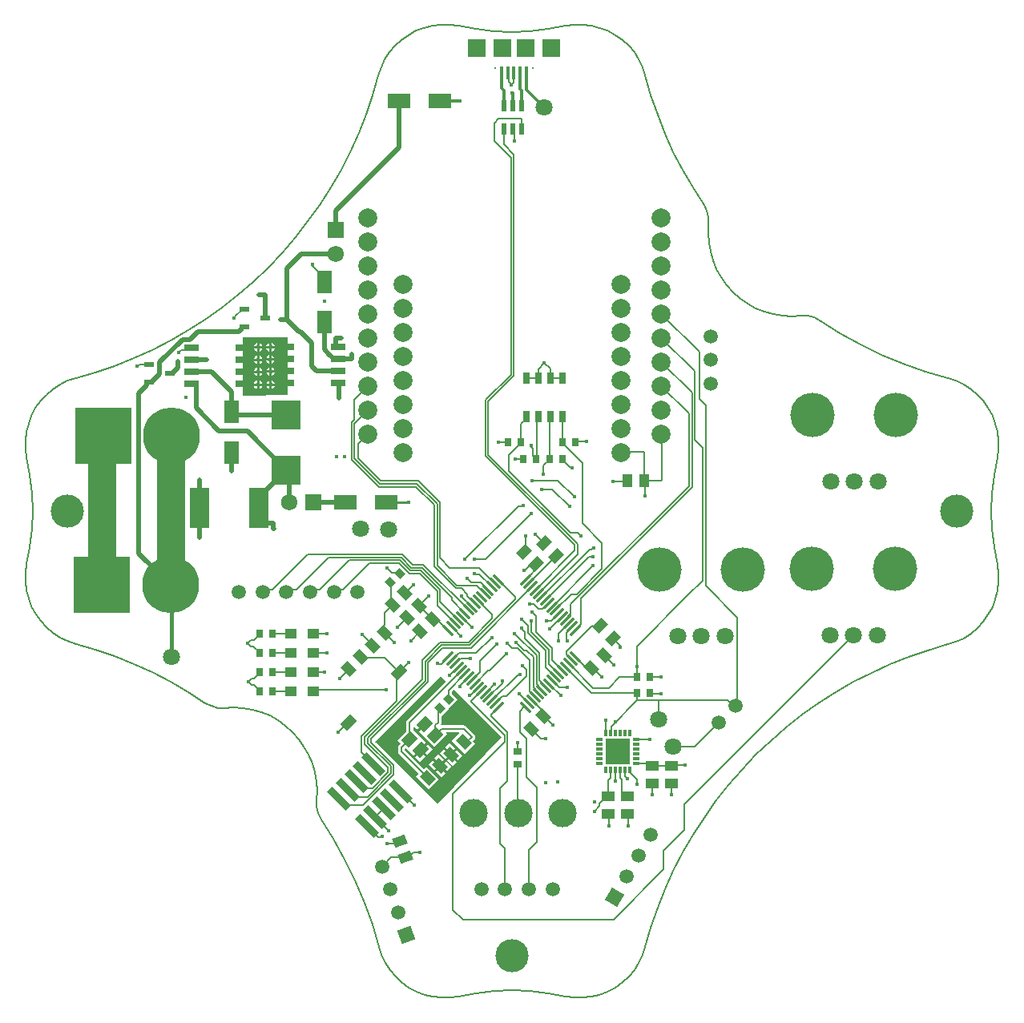
<source format=gtl>
%FSTAX23Y23*%
%MOIN*%
%SFA1B1*%

%IPPOS*%
%AMD18*
4,1,4,-0.028600,0.049100,-0.049100,0.028600,0.028600,-0.049100,0.049100,-0.028600,-0.028600,0.049100,0.0*
%
%AMD19*
4,1,4,-0.006300,-0.034000,0.034000,0.006300,0.006300,0.034000,-0.034000,-0.006300,-0.006300,-0.034000,0.0*
%
%AMD20*
4,1,4,-0.033300,0.005600,0.005600,-0.033300,0.033300,-0.005600,-0.005600,0.033300,-0.033300,0.005600,0.0*
%
%AMD21*
4,1,4,0.005600,0.033300,-0.033300,-0.005600,-0.005600,-0.033300,0.033300,0.005600,0.005600,0.033300,0.0*
%
%AMD22*
4,1,4,-0.024300,0.016000,0.016000,-0.024300,0.024300,-0.016000,-0.016000,0.024300,-0.024300,0.016000,0.0*
%
%AMD23*
4,1,4,0.016000,0.024300,-0.024300,-0.016000,-0.016000,-0.024300,0.024300,0.016000,0.016000,0.024300,0.0*
%
%AMD25*
4,1,4,0.024300,-0.002100,-0.002100,0.024300,-0.024300,0.002100,0.002100,-0.024300,0.024300,-0.002100,0.0*
%
%AMD26*
4,1,4,0.003500,0.035400,-0.035400,-0.003500,-0.003500,-0.035400,0.035400,0.003500,0.003500,0.035400,0.0*
%
%AMD34*
4,1,4,0.019100,0.027800,-0.032500,0.009000,-0.019100,-0.027800,0.032500,-0.009000,0.019100,0.027800,0.0*
%
%AMD96*
4,1,4,-0.040300,-0.010800,0.010800,-0.040300,0.040300,0.010800,-0.010800,0.040300,-0.040300,-0.010800,0.0*
%
%AMD97*
4,1,4,-0.017600,-0.037800,0.037800,-0.017600,0.017600,0.037800,-0.037800,0.017600,-0.017600,-0.037800,0.0*
%
%ADD10C,0.007870*%
%ADD11C,0.010000*%
%ADD16C,0.008000*%
%ADD17R,0.078740X0.169290*%
G04~CAMADD=18~9~0.0~0.0~291.3~1098.4~0.0~0.0~0~0.0~0.0~0.0~0.0~0~0.0~0.0~0.0~0.0~0~0.0~0.0~0.0~45.0~982.0~981.0*
%ADD18D18*%
G04~CAMADD=19~9~0.0~0.0~570.9~393.7~0.0~0.0~0~0.0~0.0~0.0~0.0~0~0.0~0.0~0.0~0.0~0~0.0~0.0~0.0~225.0~680.0~679.0*
%ADD19D19*%
G04~CAMADD=20~9~0.0~0.0~551.2~393.7~0.0~0.0~0~0.0~0.0~0.0~0.0~0~0.0~0.0~0.0~0.0~0~0.0~0.0~0.0~135.0~666.0~665.0*
%ADD20D20*%
G04~CAMADD=21~9~0.0~0.0~551.2~393.7~0.0~0.0~0~0.0~0.0~0.0~0.0~0~0.0~0.0~0.0~0.0~0~0.0~0.0~0.0~45.0~666.0~665.0*
%ADD21D21*%
G04~CAMADD=22~9~0.0~0.0~570.9~118.1~0.0~0.0~0~0.0~0.0~0.0~0.0~0~0.0~0.0~0.0~0.0~0~0.0~0.0~0.0~135.0~486.0~485.0*
%ADD22D22*%
G04~CAMADD=23~9~0.0~0.0~570.9~118.1~0.0~0.0~0~0.0~0.0~0.0~0.0~0~0.0~0.0~0.0~0.0~0~0.0~0.0~0.0~45.0~486.0~485.0*
%ADD23D23*%
%ADD24R,0.037400X0.031500*%
G04~CAMADD=25~9~0.0~0.0~374.0~315.0~0.0~0.0~0~0.0~0.0~0.0~0.0~0~0.0~0.0~0.0~0.0~0~0.0~0.0~0.0~315.0~486.0~485.0*
%ADD25D25*%
G04~CAMADD=26~9~0.0~0.0~551.2~452.8~0.0~0.0~0~0.0~0.0~0.0~0.0~0~0.0~0.0~0.0~0.0~0~0.0~0.0~0.0~45.0~708.0~707.0*
%ADD26D26*%
%ADD27R,0.049210X0.043310*%
%ADD28R,0.031500X0.037400*%
%ADD29R,0.039370X0.055120*%
%ADD30R,0.055120X0.039370*%
%ADD31R,0.031500X0.011810*%
%ADD32R,0.011810X0.031500*%
%ADD33R,0.104330X0.108270*%
G04~CAMADD=34~9~0.0~0.0~551.2~393.7~0.0~0.0~0~0.0~0.0~0.0~0.0~0~0.0~0.0~0.0~0.0~0~0.0~0.0~0.0~20.0~650.0~555.0*
%ADD34D34*%
%ADD35R,0.029920X0.050000*%
%ADD36R,0.092520X0.061020*%
%ADD37R,0.061020X0.092520*%
%ADD38R,0.060040X0.025590*%
%ADD39R,0.122050X0.122050*%
%ADD40R,0.041340X0.023620*%
%ADD41R,0.015750X0.053150*%
%ADD42R,0.074800X0.074800*%
%ADD43R,0.023620X0.047240*%
%ADD86C,0.019680*%
%ADD87C,0.011810*%
%ADD88C,0.118110*%
%ADD89C,0.015750*%
%ADD90C,0.059060*%
%ADD91C,0.184250*%
%ADD92C,0.070870*%
%ADD93C,0.137800*%
%ADD94C,0.078740*%
%ADD95C,0.118110*%
G04~CAMADD=96~10~0.0~590.6~0.0~0.0~0.0~0.0~0~0.0~0.0~0.0~0.0~0~0.0~0.0~0.0~0.0~0~0.0~0.0~0.0~150.0~590.6~0.0*
%ADD96D96*%
G04~CAMADD=97~10~0.0~590.6~0.0~0.0~0.0~0.0~0~0.0~0.0~0.0~0.0~0~0.0~0.0~0.0~0.0~0~0.0~0.0~0.0~200.0~590.6~0.0*
%ADD97D97*%
%ADD98R,0.236220X0.236220*%
%ADD99C,0.236220*%
%ADD100R,0.067910X0.067910*%
%ADD101C,0.067910*%
%ADD102R,0.067910X0.067910*%
%ADD103C,0.010830*%
%ADD104C,0.015750*%
%LNflightcontroller-1*%
%LPD*%
G36*
X01575Y-00708D02*
X01415Y-00868D01*
X01412Y-00873*
X0141Y-00878*
Y-00916*
X01375Y-00952*
X01388Y-00965*
X0138Y-00973*
X01377Y-00978*
X01376Y-00983*
Y-01*
X01377Y-01005*
X0138Y-0101*
X01463Y-01093*
X01452Y-01104*
X01505Y-01157*
X01547Y-01115*
X01494Y-01062*
X01483Y-01073*
X01404Y-00994*
Y-00989*
X01408Y-00985*
X0142Y-00996*
X01439Y-01016*
X01466Y-00989*
X01492Y-00963*
X01473Y-00943*
X01439Y-00909*
Y-009*
X01443Y-00898*
X01456Y-0091*
X01482Y-00884*
X01489Y-00891*
X01463Y-00917*
X01481Y-00935*
X01527Y-00981*
X0158Y-00928*
X01576Y-00924*
X01578Y-00919*
X0163*
X01632Y-00924*
X01602Y-00955*
X01655Y-01008*
X01697Y-00966*
X01687Y-00956*
X01693Y-00949*
X01696Y-00945*
X01698Y-00939*
X01696Y-00934*
X01693Y-00929*
X01659Y-00895*
X01655Y-00892*
X01649Y-00891*
X01558*
X01556Y-00889*
X01555Y-00886*
X01556Y-00884*
X01557Y-00879*
Y-00853*
X01587Y-00823*
X01588Y-00821*
X01625Y-00785*
X016Y-00761*
Y-00751*
X01609Y-00742*
X01806Y-0094*
Y-0094*
X01545Y-01217*
X0154Y-01217*
X01281Y-00958*
X01553Y-00686*
X01575Y-00708*
G37*
G36*
X00916Y00483D02*
X00735Y00482D01*
X00731Y00485*
Y00723*
X00916*
Y00483*
G37*
%LNflightcontroller-2*%
%LPC*%
G36*
X01592Y-00964D02*
X01575Y-00982D01*
X01598Y-01005*
X01615Y-00987*
X01592Y-00964*
G37*
G36*
X01499Y-0097D02*
X01476Y-00993D01*
X01496Y-01012*
X01519Y-00989*
X01499Y-0097*
G37*
G36*
X01568Y-00989D02*
X0155Y-01006D01*
X01573Y-01029*
X01591Y-01012*
X01568Y-00989*
G37*
G36*
X01622Y-00994D02*
X01605Y-01012D01*
X01628Y-01035*
X01645Y-01017*
X01622Y-00994*
G37*
G36*
X01469Y-01D02*
X01446Y-01023D01*
X01466Y-01043*
X01489Y-0102*
X01469Y-01*
G37*
G36*
X01545Y-01011D02*
X01528Y-01028D01*
X01551Y-01051*
X01568Y-01034*
X01545Y-01011*
G37*
G36*
X01598Y-01019D02*
X0158Y-01036D01*
X01603Y-01059*
X01621Y-01042*
X01598Y-01019*
G37*
G36*
X01521Y-01035D02*
X01503Y-01053D01*
X01526Y-01076*
X01544Y-01058*
X01521Y-01035*
G37*
G36*
X01576Y-01041D02*
X01558Y-01058D01*
X01581Y-01081*
X01599Y-01064*
X01576Y-01041*
G37*
G36*
X01551Y-01065D02*
X01534Y-01083D01*
X01557Y-01106*
X01574Y-01088*
X01551Y-01065*
G37*
G36*
X00851Y007D02*
Y00688D01*
X00863*
X00861Y00693*
X00856Y00698*
X00851Y007*
G37*
G36*
X00841D02*
X00836Y00698D01*
X0083Y00693*
X00828Y00688*
X00841*
Y007*
G37*
G36*
X00799D02*
Y00688D01*
X00811*
X00809Y00693*
X00804Y00698*
X00799Y007*
G37*
G36*
X00789D02*
X00784Y00698D01*
X00779Y00693*
X00777Y00688*
X00789*
Y007*
G37*
G36*
X00863Y00678D02*
X00851D01*
Y00665*
X00856Y00667*
X00861Y00672*
X00863Y00678*
G37*
G36*
X00841D02*
X00828D01*
X0083Y00672*
X00836Y00667*
X00841Y00665*
Y00678*
G37*
G36*
X00811D02*
X00799D01*
Y00665*
X00804Y00667*
X00809Y00672*
X00811Y00678*
G37*
G36*
X00789D02*
X00777D01*
X00779Y00672*
X00784Y00667*
X00789Y00665*
Y00678*
G37*
G36*
X0085Y00649D02*
Y00637D01*
X00862*
X0086Y00642*
X00855Y00647*
X0085Y00649*
G37*
G36*
X0084D02*
X00834Y00647D01*
X00829Y00642*
X00827Y00637*
X0084*
Y00649*
G37*
G36*
X00799Y00648D02*
Y00635D01*
X00811*
X00809Y00641*
X00804Y00646*
X00799Y00648*
G37*
G36*
X00789D02*
X00784Y00646D01*
X00779Y00641*
X00777Y00635*
X00789*
Y00648*
G37*
G36*
X00862Y00627D02*
X0085D01*
Y00614*
X00855Y00616*
X0086Y00621*
X00862Y00627*
G37*
G36*
X0084D02*
X00827D01*
X00829Y00621*
X00834Y00616*
X0084Y00614*
Y00627*
G37*
G36*
X00811Y00625D02*
X00799D01*
Y00613*
X00804Y00615*
X00809Y0062*
X00811Y00625*
G37*
G36*
X00789D02*
X00777D01*
X00779Y0062*
X00784Y00615*
X00789Y00613*
Y00625*
G37*
G36*
X00852Y00598D02*
Y00586D01*
X00864*
X00862Y00591*
X00857Y00596*
X00852Y00598*
G37*
G36*
X00842D02*
X00837Y00596D01*
X00832Y00591*
X00829Y00586*
X00842*
Y00598*
G37*
G36*
X008Y00598D02*
Y00585D01*
X00812*
X0081Y00591*
X00805Y00596*
X008Y00598*
G37*
G36*
X0079D02*
X00785Y00596D01*
X0078Y00591*
X00778Y00585*
X0079*
Y00598*
G37*
G36*
X00864Y00576D02*
X00852D01*
Y00564*
X00857Y00566*
X00862Y00571*
X00864Y00576*
G37*
G36*
X00842D02*
X00829D01*
X00832Y00571*
X00837Y00566*
X00842Y00564*
Y00576*
G37*
G36*
X00812Y00575D02*
X008D01*
Y00563*
X00805Y00565*
X0081Y0057*
X00812Y00575*
G37*
G36*
X0079D02*
X00778D01*
X0078Y0057*
X00785Y00565*
X0079Y00563*
Y00575*
G37*
G36*
X00799Y00545D02*
Y00532D01*
X00811*
X00809Y00538*
X00804Y00543*
X00799Y00545*
G37*
G36*
X00789D02*
X00784Y00543D01*
X00778Y00538*
X00776Y00532*
X00789*
Y00545*
G37*
G36*
X00852Y00544D02*
Y00531D01*
X00864*
X00862Y00536*
X00857Y00541*
X00852Y00544*
G37*
G36*
X00842D02*
X00837Y00541D01*
X00832Y00536*
X00829Y00531*
X00842*
Y00544*
G37*
G36*
X00811Y00522D02*
X00799D01*
Y0051*
X00804Y00512*
X00809Y00517*
X00811Y00522*
G37*
G36*
X00789D02*
X00776D01*
X00778Y00517*
X00784Y00512*
X00789Y0051*
Y00522*
G37*
G36*
X00864Y00521D02*
X00852D01*
Y00509*
X00857Y00511*
X00862Y00516*
X00864Y00521*
G37*
G36*
X00842D02*
X00829D01*
X00832Y00516*
X00837Y00511*
X00842Y00509*
Y00521*
G37*
%LNflightcontroller-3*%
%LPD*%
G54D10*
X01183Y00325D02*
Y00318D01*
X01195Y00425D02*
Y00418D01*
Y00325D02*
Y00318D01*
X01893Y-00642D02*
X01912Y-00661D01*
Y-00686D02*
Y-00661D01*
X01873Y-00682D02*
X01883D01*
X01884Y-0068*
X01766Y-00787D02*
X01767D01*
X01873Y-00682*
X01827Y-0077D02*
X01912Y-00686D01*
X01811Y-0077D02*
X01827D01*
X0178Y-00801D02*
X01811Y-0077D01*
X02078Y-00535D02*
Y-00506D01*
Y-00535D02*
X02082Y-00539D01*
X02184Y-00477D02*
X02189Y-00483D01*
X02078Y-00583D02*
X02184Y-00477D01*
X02078Y-00595D02*
Y-00583D01*
X01993Y-00456D02*
X02014D01*
X02045Y-00425*
Y-00541D02*
Y-00509D01*
X02087Y-00467*
X00753Y-00708D02*
X00754D01*
X00767Y-00695*
X00776*
X008Y-00672*
X00753Y-00708D02*
X00753D01*
X00767Y-00722*
X00777*
X008Y-00745*
Y-00672D02*
Y-00669D01*
Y-00748D02*
Y-00745D01*
X0075Y-00549D02*
X00752D01*
X00763Y-00537*
X00777*
X008Y-00514*
X0075Y-00549D02*
X00764Y-00563D01*
X00775D02*
X008Y-00587D01*
X00764Y-00563D02*
X00775D01*
X008Y-00514D02*
Y-00511D01*
Y-0059D02*
Y-00587D01*
X00464Y00661D02*
X00474Y0067D01*
X00464Y00659D02*
Y00661D01*
X00474Y0067D02*
X00509D01*
X01847Y01775D02*
X01857Y01784D01*
Y01821*
X01847Y01774D02*
Y01775D01*
X01837Y01786D02*
X01847Y01776D01*
X01857Y01821D02*
X01858Y01823D01*
X01847Y01774D02*
Y01776D01*
X01833Y01823D02*
X01837Y01819D01*
Y01786D02*
Y01819D01*
X01293Y-01355D02*
X0131D01*
X0131Y-01354*
X01246Y-01308D02*
X01246D01*
X01293Y-01355*
X0133Y-01384D02*
X01332Y-01383D01*
X01373D02*
X01383Y-01373D01*
X01332Y-01383D02*
X01373D01*
X01906Y-00244D02*
X01935Y-00215D01*
X01901Y-00244D02*
X01906D01*
X01899Y-00246D02*
X01901Y-00244D01*
X01935Y-00215D02*
X01952D01*
Y-0024D02*
Y-00215D01*
X01854Y01589D02*
X01859Y01583D01*
Y01541D02*
Y01583D01*
X01023Y-00669D02*
X01024Y-00669D01*
X01072*
X0197Y-00947D02*
X01989D01*
X0199Y-00947*
X01929Y-00905D02*
D01*
X0197Y-00947*
X01195Y00465D02*
X01251Y00522D01*
X01296Y00102D02*
X0145D01*
X01183Y00214D02*
Y00318D01*
Y00214D02*
X01296Y00102D01*
X01195Y00425D02*
Y00465D01*
X01183Y00325D02*
Y0037D01*
X01195Y00382D02*
Y00418D01*
X01183Y0037D02*
X01195Y00382D01*
Y00219D02*
Y00318D01*
X01198Y00217D02*
X01301Y00114D01*
X01195Y00219D02*
X01198Y00217D01*
X01195Y00325D02*
Y00365D01*
X01251Y00422*
X0121Y0028D02*
X01251Y00322D01*
X0121Y00221D02*
Y0028D01*
X02656Y-00311D02*
Y00441D01*
X0263Y00467D02*
X02656Y00441D01*
X0263Y00467D02*
Y00664D01*
X02472Y00822D02*
X0263Y00664D01*
X02472Y00822D02*
D01*
X02611Y00297D02*
X02644Y00264D01*
X02472Y00722D02*
D01*
X02611Y00583*
Y00297D02*
Y00583D01*
X02472Y00622D02*
X02599Y00495D01*
Y00099D02*
Y00495D01*
X02472Y00522D02*
X02587Y00406D01*
Y00104D02*
Y00406D01*
X02095Y-00387D02*
X02587Y00104D01*
X02137Y-00362D02*
X02599Y00099D01*
X01905Y-0053D02*
Y-00504D01*
Y-0053D02*
X01965Y-0059D01*
X01889Y-00488D02*
Y-00487D01*
Y-00488D02*
X01905Y-00504D01*
X01989Y-00732D02*
Y-00729D01*
X01965Y-00704D02*
Y-0059D01*
Y-00704D02*
X01989Y-00729D01*
X01865Y-00514D02*
X01953Y-00601D01*
X0186Y-00509D02*
Y-00509D01*
X01865Y-00514D02*
X01865D01*
X01975Y-00746D02*
Y-00743D01*
X01953Y-0072D02*
Y-00601D01*
Y-0072D02*
X01975Y-00743D01*
X0186Y-00509D02*
X01865Y-00514D01*
X01902Y-0058D02*
X01912D01*
X01939Y-00607*
X01867Y-00546D02*
X01902Y-0058D01*
X01961Y-00759D02*
Y-00757D01*
X01939Y-00734D02*
Y-00607D01*
Y-00734D02*
X01961Y-00757D01*
X01866Y-00546D02*
X01867D01*
X01875Y-00571D02*
X01925Y-0062D01*
X01831Y-00551D02*
X01851Y-00571D01*
X01875*
X01947Y-00773D02*
Y-00771D01*
X01925Y-00748D02*
Y-0062D01*
Y-00748D02*
X01947Y-00771D01*
X0206Y00215D02*
Y00218D01*
Y00215D02*
X02092Y00183D01*
X02098*
X021Y00181*
X01895Y00021D02*
X01896Y00023D01*
X01878Y00021D02*
X01895D01*
X01655Y-00201D02*
X01878Y00021D01*
X01917Y-00505D02*
Y-00476D01*
Y-00505D02*
X01992Y-00581D01*
X01892Y-0045D02*
X01917Y-00476D01*
X01992Y-00651D02*
X02031Y-0069D01*
X01992Y-00651D02*
Y-00581D01*
X01932Y-00504D02*
Y-00457D01*
Y-00504D02*
X02004Y-00576D01*
X0193Y-00456D02*
X01932Y-00457D01*
X02004Y-00635D02*
X02045Y-00676D01*
X02004Y-00635D02*
Y-00576D01*
X01952Y-00504D02*
Y-00437D01*
Y-00504D02*
X02016Y-00568D01*
X01935Y-00421D02*
X01952Y-00437D01*
X02016Y-00619D02*
X02059Y-00662D01*
X02016Y-00619D02*
Y-00568D01*
X02Y-00384D02*
X02003D01*
X01923Y-00387D02*
X01941D01*
X0196Y-00406*
X01978D02*
X02Y-00384D01*
X0196Y-00406D02*
X01978D01*
X01702Y-0059D02*
X01766Y-00526D01*
Y-00526*
X01599Y-0062D02*
X01629Y-0059D01*
X01702*
X01599Y-0062D02*
D01*
X01717Y-00624D02*
X01787Y-00554D01*
X01717Y-00669D02*
Y-00624D01*
X01683Y-00704D02*
X01717Y-00669D01*
X01756Y-00664D02*
X01827Y-00593D01*
X01697Y-00718D02*
X01751Y-00664D01*
X01756*
X02143Y-00051D02*
X02225Y-00132D01*
X02143Y-00051D02*
Y00202D01*
X02225Y-00241D02*
Y-00132D01*
X0206Y00284D02*
X02143Y00202D01*
X02042Y00127D02*
X02109Y0006D01*
X0206Y00284D02*
Y00287D01*
X01906Y-00103D02*
X01907Y-00103D01*
X01901Y-00168D02*
X01906Y-00163D01*
Y-00103*
X01695Y-002D02*
X01742D01*
X01931Y-00011*
X01983Y-00134D02*
X01983D01*
X01946Y-00097D02*
X01983Y-00134D01*
X02582Y-00351D02*
D01*
X0237Y-00645D02*
Y-00562D01*
X02582Y-00351*
X02644Y-00289D01*
X02263Y-00895D02*
X02372Y-00787D01*
X0237Y-0069D02*
Y-00645D01*
Y-0069D02*
X02372Y-00691D01*
X02253Y-00736D02*
X02298Y-00691D01*
X02372*
X02087Y-00634D02*
X02188Y-00736D01*
X02253*
X02242Y-00872D02*
X02242Y-00871D01*
X02242Y-00923D02*
X02242Y-00922D01*
Y-00872*
X02656Y-00311D02*
X02788Y-00444D01*
X02462Y-00787D02*
X02746D01*
X02372D02*
X02462D01*
X02372D02*
Y-00756D01*
X02788Y-00803D02*
Y-00444D01*
X02781Y-0081D02*
X02788Y-00803D01*
X02769Y-0081D02*
X02781D01*
X02746Y-00787D02*
X02769Y-0081D01*
X02461Y-00787D02*
X02462Y-00787D01*
X02461Y-00867D02*
Y-00787D01*
X02181Y-00756D02*
X02372D01*
X02073Y-00648D02*
X02181Y-00756D01*
X02263Y-00921D02*
Y-00895D01*
X02261Y-00923D02*
X02263Y-00921D01*
X02644Y-00289D02*
Y00264D01*
X02094Y-00089D02*
X02123D01*
X02138Y-00104*
X023Y-00564D02*
X02301Y-00566D01*
X023Y-00564D02*
Y-0056D01*
X02047Y-00734D02*
X02079D01*
X02017Y-00704D02*
X02047Y-00734D01*
X02018Y00092D02*
X02091Y00019D01*
X01973Y00092D02*
X02018D01*
X01715Y-00262D02*
X01766Y-00314D01*
X01697Y-00262D02*
X01715D01*
X01695Y-00261D02*
X01697Y-00262D01*
X01935Y00127D02*
X02042D01*
X0172Y-00296D02*
X01752Y-00328D01*
X01681Y-00296D02*
X0172D01*
X01665Y-00279D02*
X01681Y-00296D01*
X01838Y00167D02*
Y00233D01*
Y00167D02*
X02094Y-00089D01*
X01901Y-00168D02*
Y-00166D01*
X01648Y-00612D02*
X01678D01*
X02095Y-00428D02*
Y-00387D01*
X02137Y-0047D02*
Y-00362D01*
X02121Y-00345D02*
X02225Y-00241D01*
X02097Y-00345D02*
X02121D01*
X02092Y-00431D02*
X02095Y-00428D01*
X02092Y-00431D02*
D01*
X02073Y-0045D02*
X02092Y-00431D01*
X02073Y-00453D02*
Y-0045D01*
X02017Y-00398D02*
X02017D01*
X02188Y-00227D02*
X02188D01*
X02031Y-00411D02*
X02097Y-00345D01*
X02017Y-00398D02*
X02188Y-00227D01*
X02078Y-00506D02*
X021Y-00484D01*
Y-00481*
X01981Y00155D02*
X01982Y00154D01*
X01981Y00155D02*
Y0019D01*
X01929Y00274D02*
X01931Y00273D01*
Y00267D02*
X01937Y00261D01*
X01931Y00267D02*
Y00273D01*
X01937Y0023D02*
Y00261D01*
Y0023D02*
X01949Y00218D01*
X01981Y0019D02*
X02007Y00215D01*
Y00218*
Y00391*
X02009Y00394*
X01954Y00388D02*
X01959Y00394D01*
X01954Y00223D02*
Y00388D01*
X01949Y00218D02*
X01954Y00223D01*
X02057Y-00439D02*
X02059D01*
X02008Y-00489D02*
X02057Y-00439D01*
X02007Y-00489D02*
X02008D01*
X01857Y00563D02*
Y01485D01*
X01816Y01526D02*
Y01589D01*
Y01526D02*
X01857Y01485D01*
X01891Y01589D02*
Y01629D01*
X01886Y01633D02*
X01891Y01629D01*
X01776Y01615D02*
X01795Y01633D01*
X01886*
X01776Y01539D02*
Y01615D01*
Y01539D02*
X01846Y0147D01*
X01961Y-00342D02*
X02123Y-0018D01*
Y-00136*
X01752Y00234D02*
X02123Y-00136D01*
X01947Y-00328D02*
X02112Y-00164D01*
Y-00141*
X01741Y00229D02*
X02112Y-00141D01*
X01741Y00229D02*
Y00463D01*
X01752Y00234D02*
Y00458D01*
X01857Y00563*
X01741Y00463D02*
X01846Y00568D01*
Y0147*
X01975Y-00356D02*
X02173Y-00158D01*
X0199Y-0037D02*
X0217Y-00189D01*
X02173Y-00158D02*
X02182D01*
X02187Y-00152*
X0219*
X02114Y-00492D02*
X02137Y-0047D01*
X02114Y-00495D02*
Y-00492D01*
X0206Y00287D02*
Y00393D01*
X02059Y00394D02*
X0206Y00393D01*
X01909Y00384D02*
Y00394D01*
X01888Y00363D02*
X01909Y00384D01*
X01888Y00287D02*
Y00363D01*
Y00284D02*
Y00287D01*
X01838Y00233D02*
X01888Y00284D01*
X0234Y-01086D02*
Y-01076D01*
Y-01086D02*
X02369Y-01115D01*
Y-01136D02*
Y-01115D01*
X02515Y-01133D02*
X02515Y-01132D01*
X02515Y-01179D02*
Y-01133D01*
X02187Y-00189D02*
X02188Y-00188D01*
X0217Y-00189D02*
X02187D01*
X01616Y-0032D02*
X01639D01*
X01665Y-00346*
X01527Y-00231D02*
Y00026D01*
X01665Y-00352D02*
X01697Y-00384D01*
X01665Y-00352D02*
Y-00346D01*
X0145Y00102D02*
X01527Y00026D01*
Y-00231D02*
X01616Y-0032D01*
X01539Y-00226D02*
X01621Y-00308D01*
X01705*
X01539Y-00226D02*
Y00031D01*
X01705Y-00308D02*
X01739Y-00342D01*
X01455Y00114D02*
X01539Y00031D01*
X01301Y00114D02*
X01455D01*
X0155Y-00194D02*
X01592Y-00236D01*
X01714*
X0155Y-00194D02*
Y00036D01*
X01778Y-003D02*
X0178D01*
X01714Y-00236D02*
X01778Y-003D01*
X01459Y00127D02*
X0155Y00036D01*
X01304Y00127D02*
X01459D01*
X0121Y00221D02*
X01304Y00127D01*
X01321Y-00507D02*
X01359Y-00545D01*
X01321Y-00507D02*
Y-00506D01*
X01776Y-00721D02*
Y-00719D01*
X01739Y-00759D02*
Y-00758D01*
X01776Y-00721*
X01752Y-00773D02*
X01811Y-00715D01*
Y-00708*
X01812Y-00706*
X01989Y-0037D02*
X0199D01*
X01676Y-00765D02*
X01709Y-00732D01*
X01711*
X01674Y-00765D02*
X01676D01*
X01682Y-00788D02*
X01725Y-00746D01*
X01682Y-00794D02*
X0182Y-00932D01*
X01682Y-00794D02*
Y-00788D01*
X01764Y-00852D02*
X01832Y-00919D01*
Y-01123D02*
Y-00919D01*
X0182Y-0096D02*
Y-00932D01*
X01605Y-01175D02*
X0182Y-0096D01*
X01801Y-01154D02*
X01832Y-01123D01*
X01764Y-00852D02*
Y-00845D01*
X01794Y-00815*
X01605Y-01658D02*
Y-01175D01*
Y-01658D02*
X01647Y-017D01*
X02274*
X02482Y-01491*
Y-01413*
X02215Y-01216D02*
X02244Y-01187D01*
X02215Y-01227D02*
Y-01216D01*
X02193Y-01249D02*
X02215Y-01227D01*
X02482Y-01413D02*
X02568Y-01327D01*
Y-01219*
X03271Y-00515*
X0252Y-00981D02*
X02611D01*
X02711Y-0088*
X02053Y-00767D02*
X02054D01*
X02003Y-00718D02*
X02004D01*
X02053Y-00767*
X01648Y-00612D02*
X01648Y-00612D01*
X01638Y-00612D02*
X01648D01*
X01616Y-00634D02*
X01638Y-00612D01*
X01501Y-0063D02*
X01562Y-00568D01*
X01552Y-00545D02*
X01669D01*
X01674Y-00557D02*
X01864Y-00367D01*
X01557Y-00557D02*
X01674D01*
X01476Y-00621D02*
X01552Y-00545D01*
X01562Y-00568D02*
X01679D01*
X01933Y-00314*
X01669Y-00545D02*
X01768Y-00446D01*
X01613Y-00634D02*
X01616D01*
X01489Y-00625D02*
X01557Y-00557D01*
X01599Y-00481D02*
Y-00481D01*
Y-00481D02*
X01636Y-00518D01*
X01638*
X01264Y-00946D02*
X01501Y-0071D01*
Y-0063*
X01489Y-00705D02*
Y-00625D01*
X01252Y-00942D02*
X01489Y-00705D01*
X01476Y-00701D02*
Y-00621D01*
X01237Y-0094D02*
X01476Y-00701D01*
X01585Y-00606D02*
D01*
X01557Y-00635D02*
X01585Y-00606D01*
X01545Y-00635D02*
X01557D01*
X01542Y-00632D02*
X01545Y-00635D01*
X0154Y-00632D02*
X01542D01*
X01711Y-00373D02*
X01768Y-0043D01*
Y-00446D02*
Y-0043D01*
X01711Y-00373D02*
Y-0037D01*
X01794Y-00286D02*
X01864Y-00356D01*
Y-00367D02*
Y-00356D01*
X01425Y-00878D02*
X01641Y-00662D01*
X01626Y-00648D02*
X01627D01*
X01591Y-00683D02*
X01626Y-00648D01*
X01425Y-00948D02*
Y-00878D01*
X0159Y-00683D02*
X01591D01*
X0138Y-0067D02*
X0142Y-00631D01*
X01377Y-00673D02*
X0138Y-0067D01*
X01379D02*
X0138D01*
X0132Y-00611D02*
X01379Y-0067D01*
X01372Y-00677D02*
X01376Y-00673D01*
X01377*
X01634Y-00728D02*
Y-00726D01*
X01669Y-00692D02*
Y-0069D01*
X01634Y-00726D02*
X01669Y-00692D01*
X01167Y-00881D02*
X01169D01*
X01127Y-00921D02*
X01167Y-00881D01*
X01127Y-00921D02*
D01*
X01225Y-01004D02*
X01274Y-01053D01*
X01225Y-00936D02*
X01372Y-00788D01*
X01225Y-01004D02*
Y-00936D01*
X01237Y-00968D02*
Y-0094D01*
X01274Y-01053D02*
D01*
X01237Y-00968D02*
X01335Y-01065D01*
X01264Y-00962D02*
Y-00946D01*
X01252Y-00966D02*
X01346Y-01061D01*
X01252Y-00966D02*
Y-00942D01*
X01264Y-00962D02*
X01358Y-01056D01*
X01027Y-00744D02*
X01326D01*
X01372Y-00788D02*
Y-00677D01*
X01346Y-01091D02*
Y-01061D01*
X01335Y-01087D02*
Y-01065D01*
X01269Y-01152D02*
X01335Y-01087D01*
X0125Y-01188D02*
X01346Y-01091D01*
X01358Y-01096D02*
Y-01056D01*
X01232Y-01223D02*
X01358Y-01096D01*
X01132Y-01195D02*
X01161Y-01223D01*
X01232Y-01152D02*
X01269D01*
X01168Y-01159D02*
X01196Y-01188D01*
X01161Y-01223D02*
X01232D01*
X01196Y-01188D02*
X0125D01*
X01203Y-01124D02*
X01232Y-01152D01*
X00853Y-00511D02*
X00931D01*
X00853Y-0059D02*
X00931D01*
X00853Y-00669D02*
X00931D01*
X00853Y-00748D02*
X00931D01*
X0102Y01021D02*
X0107Y00971D01*
X01019Y01027D02*
X0102Y01025D01*
X0107Y00955D02*
Y00971D01*
X0102Y01021D02*
Y01025D01*
X00293Y00603D02*
X00301Y00611D01*
X0034*
X00291Y00603D02*
X00293D01*
X00509Y0067D02*
X00518Y00679D01*
X00696Y00809D02*
X00729Y00842D01*
X00694Y00803D02*
X00696Y00804D01*
X00729Y00842D02*
X00738D01*
X00696Y00804D02*
Y00809D01*
X01024Y-00511D02*
X01079D01*
X0133Y-00237D02*
X01349Y-00256D01*
X01381*
X01383Y-00258*
X02303Y00244D02*
X02306Y00248D01*
X02397*
X02402Y00126D02*
Y00243D01*
X02397Y00248D02*
X02402Y00243D01*
X02475Y00131D02*
Y00318D01*
X02402Y00126D02*
X02471D01*
X02472Y00322D02*
X02475Y00318D01*
X02471Y00126D02*
X02475Y00131D01*
X02405Y00064D02*
Y00123D01*
X02402Y00126D02*
X02405Y00123D01*
X01903Y00216D02*
X01905Y00218D01*
X01865Y00216D02*
X01903D01*
X02114Y00287D02*
X02117Y0029D01*
X02159*
X01793Y00287D02*
X01835D01*
X01835Y00287*
X02244Y-01187D02*
X02252D01*
X02515Y-01059D02*
X02517Y-01057D01*
X02571*
X02252Y-0112D02*
X02261Y-01111D01*
X02252Y-01187D02*
Y-0112D01*
X02261Y-01111D02*
Y-01076D01*
X02368Y-01049D02*
X02424D01*
X02434Y-01059*
X02434Y-01059D02*
X02515D01*
X02434Y-01059D02*
X02434Y-01059D01*
X02224Y-00691D02*
D01*
X02186Y-00653D02*
X02224Y-00691D01*
X02161Y-00653D02*
X02186D01*
X02427Y-00758D02*
X02469D01*
X02425Y-00756D02*
X02427Y-00758D01*
X02427Y-00689D02*
X0247D01*
X02425Y-00691D02*
X02427Y-00689D01*
X01464Y-00393D02*
X01503Y-00354D01*
X0152Y-00448D02*
X01538D01*
X01585Y-00495*
X01464Y-00393D02*
X0152Y-00448D01*
X01983Y-00854D02*
X02019Y-00889D01*
X0198Y-00854D02*
X01983D01*
X02019Y-00889D02*
D01*
X0198Y-00854D02*
Y-00834D01*
X01933Y-00787D02*
X0198Y-00834D01*
X02114Y-00606D02*
X02161Y-00653D01*
X01923Y-00269D02*
X01952Y-0024D01*
X01923Y-00269D02*
Y-00269D01*
X01883Y-00919D02*
Y-00833D01*
X01911Y-01107D02*
Y-00947D01*
X01883Y-00919D02*
X01911Y-00947D01*
X01902Y-00814D02*
X01905D01*
X01906Y-00815*
X01883Y-00833D02*
X01902Y-00814D01*
X01911Y-01107D02*
X01953Y-01149D01*
X01874Y-01D02*
Y-00964D01*
X01874Y-01251D02*
Y-01053D01*
X01874Y-01053*
X01921Y-01574D02*
Y-01409D01*
X01953Y-01376*
Y-01149*
X01822Y-01574D02*
Y-01403D01*
X01801Y-01382D02*
X01822Y-01403D01*
X01801Y-01382D02*
Y-01154D01*
X01441Y-01419D02*
X01467D01*
X0142Y-01441D02*
X01441Y-01419D01*
X01348Y-01441D02*
X0142D01*
X01309Y-0148D02*
X01348Y-01441D01*
X01023Y-0059D02*
X01024Y-00589D01*
X01079*
X00822Y-00326D02*
X00855D01*
X00813Y-00335D02*
X00822Y-00326D01*
X00855D02*
X01001Y-0018D01*
X01394*
X01389Y-00192D02*
X01432Y-00235D01*
X00953Y-00326D02*
X01087Y-00192D01*
X01389*
X01394Y-0018D02*
X01437Y-00224D01*
X01384Y-00204D02*
X01427Y-00247D01*
X01051Y-00326D02*
X01174Y-00204D01*
X01384*
X01148Y-00325D02*
X01258Y-00215D01*
X01379D02*
X01423Y-00259D01*
X01258Y-00215D02*
X01379D01*
X01437Y-00224D02*
X01481D01*
X00912Y-00335D02*
X0092Y-00326D01*
X00953*
X01432Y-00235D02*
X01476D01*
X0101Y-00335D02*
X01019Y-00326D01*
X01051*
X01427Y-00247D02*
X01471D01*
X01423Y-00259D02*
X01466D01*
X01109Y-00335D02*
X01118Y-00325D01*
X01148*
X01321Y-00422D02*
X01353Y-0039D01*
X01315Y-00501D02*
X01321Y-00506D01*
X01315Y-00501D02*
Y-00478D01*
X01321Y-00473*
Y-00422*
X01353Y-0039D02*
D01*
X01347Y-00362D02*
Y-00298D01*
Y-00362D02*
X01353Y-00368D01*
X01345Y-00296D02*
X01347Y-00298D01*
X01353Y-0039D02*
Y-00368D01*
X01404Y-00338D02*
X01408D01*
X01441Y-00305D02*
D01*
X01408Y-00338D02*
X01441Y-00305D01*
X01387Y-01166D02*
X01444Y-01223D01*
X01281Y-01272D02*
X01282D01*
X01338Y-01329*
X01387Y-01166D02*
X01387D01*
X01338Y-01329D02*
D01*
X01281Y-01272D02*
X01316Y-01237D01*
X01919Y-003D02*
X02034Y-00185D01*
X02035*
X01642Y-00355D02*
Y-00354D01*
X01683Y-00398D02*
Y-00396D01*
X01642Y-00355D02*
X01683Y-00396D01*
X01481Y-00224D02*
X01669Y-00411D01*
X01539Y-00393D02*
Y-00332D01*
Y-00393D02*
X01613Y-00467D01*
X01599Y-00369D02*
X01655Y-00425D01*
X01476Y-00235D02*
X01599Y-00358D01*
Y-00369D02*
Y-00358D01*
X01551Y-00377D02*
Y-00327D01*
Y-00377D02*
X01627Y-00453D01*
X01466Y-00259D02*
X01539Y-00332D01*
X01471Y-00247D02*
X01551Y-00327D01*
X02269Y00124D02*
X02326D01*
X02329Y00126*
X01909Y00555D02*
X01959D01*
X02009D02*
X02059D01*
X02009Y00555D02*
Y00593D01*
Y00555D02*
X02009Y00555D01*
X01985Y00617D02*
X02009Y00593D01*
X01959Y00592D02*
X01985Y00617D01*
X01959Y00555D02*
Y00592D01*
X02252Y-0126D02*
X02253Y-01261D01*
Y-0131D02*
Y-01261D01*
X02334Y-01308D02*
Y-01263D01*
X02331Y-0126D02*
X02334Y-01263D01*
X02301Y-01111D02*
X02307Y-01117D01*
Y-01171D02*
Y-01117D01*
Y-01171D02*
X02323Y-01187D01*
X02281Y-01122D02*
Y-01076D01*
X02301Y-01111D02*
Y-01076D01*
X02281D02*
D01*
X02321Y-01102D02*
Y-01077D01*
Y-01102D02*
X0233Y-01112D01*
X0232Y-01076D02*
X02321Y-01077D01*
X02323Y-01187D02*
X02331D01*
X02434Y-01132D02*
X02434Y-01132D01*
X02434Y-01178D02*
Y-01132D01*
X02368Y-0095D02*
X02424D01*
X02368Y-0095D02*
X02368Y-0095D01*
X02424D02*
X02424Y-00949D01*
X02233Y-00601D02*
X02269Y-00637D01*
X02274D02*
X02275Y-00638D01*
X02233Y-00601D02*
D01*
X02269Y-00637D02*
X02274D01*
X02269Y-00529D02*
D01*
X023Y-0056D01*
X02189Y-00483D02*
X02196D01*
X02208Y-00471*
X02078Y-00595D02*
X021Y-00617D01*
Y-0062D02*
Y-00617D01*
X01169Y-00659D02*
Y-00657D01*
X01133Y-00695D02*
D01*
X01169Y-00659*
X0122Y-00606D02*
X01226Y-00611D01*
X0132*
X01227Y-00513D02*
X01269Y-00555D01*
Y-00558D02*
Y-00555D01*
X01227Y-00513D02*
D01*
X01641Y-0044D02*
X01685Y-00484D01*
X01641Y-0044D02*
Y-00439D01*
X01874Y-01251D02*
X01877Y-01255D01*
X01429Y-00539D02*
X01468Y-005D01*
X01429Y-00539D02*
D01*
X01374Y-00484D02*
X01413Y-00444D01*
X01586Y-00783D02*
Y-00745D01*
X01655Y-00676*
X01543Y-00826D02*
X01549Y-00821D01*
X01543Y-00879D02*
Y-00826D01*
X0153Y-00891D02*
X01543Y-00879D01*
X0153Y-00932D02*
Y-00891D01*
Y-00932D02*
X01557Y-00905D01*
X01649D02*
X01683Y-00939D01*
X01557Y-00905D02*
X01649D01*
X01662Y-0096D02*
X01683Y-00939D01*
X01649Y-0096D02*
X01662D01*
X0139Y-01D02*
X015Y-0111D01*
X0139Y-01D02*
Y-00983D01*
X01425Y-00948*
X0188Y-00761D02*
X01919Y-00801D01*
G54D11*
X01326Y00038D02*
X01422D01*
X01326Y00038D02*
X01326Y00038D01*
G54D16*
X02937Y0082D02*
X02976Y00813D01*
X03053Y00813D02*
X03081Y00813D01*
X02864Y00845D02*
X029Y0083D01*
X02937Y0082*
X03081Y00813D02*
X03108Y00806D01*
X03132Y00794*
X03014Y00811D02*
X03053Y00813D01*
X02976Y00813D02*
X03014Y00811D01*
X0272Y00973D02*
X02743Y00941D01*
X02769Y00912*
X02686Y01043D02*
X02701Y01007D01*
X0272Y00973*
X02798Y00886D02*
X0283Y00864D01*
X02864Y00845*
X02769Y00912D02*
X02798Y00886D01*
X0376Y00508D02*
X03787Y00485D01*
X03812Y00459*
X03698Y00543D02*
X0373Y00528D01*
X0376Y00508*
X03849Y00398D02*
X03862Y00365D01*
X03871Y0033*
X03812Y00459D02*
X03832Y0043D01*
X03849Y00398*
X033Y00695D02*
X03388Y00652D01*
X03478Y00615*
X03132Y00794D02*
X03215Y00742D01*
X033Y00695*
X0357Y00582D02*
X03664Y00554D01*
X03698Y00543*
X03478Y00615D02*
X0357Y00582D01*
X0228Y01982D02*
X02309Y01961D01*
X02336Y01937*
X02215Y02012D02*
X02248Y01999D01*
X0228Y01982*
X02378Y01879D02*
X02394Y01847D01*
X02405Y01813*
X02336Y01937D02*
X02359Y0191D01*
X02378Y01879*
X02145Y02024D02*
X0218Y0202D01*
X02215Y02012*
X02109Y02024D02*
X02145Y02024D01*
X02073Y02019D02*
X02109Y02024D01*
X01999Y02006D02*
X02073Y02019D01*
X01925Y01997D02*
X01999Y02006D01*
X0185Y01993D02*
X01925Y01997D01*
X02668Y01224D02*
X02668Y01196D01*
X02666Y01157D02*
X02668Y01196D01*
X02649Y01275D02*
X02662Y0125D01*
X02668Y01224*
X02669Y01118D02*
X02676Y0108D01*
X02686Y01043*
X02666Y01157D02*
X02669Y01118D01*
X02456Y01651D02*
X02487Y01572D01*
X02522Y01495*
X02405Y01813D02*
X02428Y01732D01*
X02456Y01651*
X02561Y0142D02*
X02603Y01346D01*
X02649Y01275*
X02522Y01495D02*
X02561Y0142D01*
X03871Y0033D02*
X03875Y00294D01*
X03874Y00258D02*
X03875Y00294D01*
X03869Y00223D02*
X03874Y00258D01*
X03857Y-00149D02*
X03869Y-00223D01*
X03874Y-00258D02*
X03875Y-00294D01*
X03871Y-0033D02*
X03875Y-00294D01*
X03869Y-00223D02*
X03874Y-00258D01*
X03862Y-00365D02*
X03871Y-0033D01*
X03857Y00149D02*
X03869Y00223D01*
X03848Y00074D02*
X03857Y00149D01*
X03843Y0D02*
X03848Y00074D01*
X03843Y0D02*
X03848Y-00074D01*
X03857Y-00149*
X03849Y-00398D02*
X03862Y-00365D01*
X03832Y-0043D02*
X03849Y-00398D01*
X03812Y-00459D02*
X03832Y-0043D01*
X03787Y-00485D02*
X03812Y-00459D01*
X0376Y-00508D02*
X03787Y-00485D01*
X0373Y-00528D02*
X0376Y-00508D01*
X03698Y-00543D02*
X0373Y-00528D01*
X03664Y-00554D02*
X03698Y-00543D01*
X03582Y-00578D02*
X03664Y-00554D01*
X03502Y-00605D02*
X03582Y-00578D01*
X03423Y-00637D02*
X03502Y-00605D01*
X03346Y-00672D02*
X03423Y-00637D01*
X0327Y-0071D02*
X03346Y-00672D01*
X03197Y-00753D02*
X0327Y-0071D01*
X03125Y-00798D02*
X03197Y-00753D01*
X03056Y-00847D02*
X03125Y-00798D01*
X0299Y-009D02*
X03056Y-00847D01*
X02926Y-00955D02*
X0299Y-009D01*
X02864Y-01014D02*
X02926Y-00955D01*
X02806Y-01075D02*
X02864Y-01014D01*
X0275Y-01139D02*
X02806Y-01075D01*
X02698Y-01206D02*
X0275Y-01139D01*
X02649Y-01275D02*
X02698Y-01206D01*
X02603Y-01346D02*
X02649Y-01275D01*
X02561Y-0142D02*
X02603Y-01346D01*
X02522Y-01495D02*
X02561Y-0142D01*
X02487Y-01573D02*
X02522Y-01495D01*
X02456Y-01651D02*
X02487Y-01573D01*
X02428Y-01732D02*
X02456Y-01651D01*
X02405Y-01813D02*
X02428Y-01732D01*
X02394Y-01847D02*
X02405Y-01813D01*
X02378Y-01879D02*
X02394Y-01847D01*
X02359Y-0191D02*
X02378Y-01879D01*
X02336Y-01937D02*
X02359Y-0191D01*
X02309Y-01961D02*
X02336Y-01937D01*
X0228Y-01982D02*
X02309Y-01961D01*
X02248Y-01999D02*
X0228Y-01982D01*
X02215Y-02012D02*
X02248Y-01999D01*
X01999Y-02006D02*
X02073Y-02019D01*
X0218Y-0202D02*
X02215Y-02012D01*
X0185Y-01993D02*
X01925Y-01997D01*
X01999Y-02006*
X02145Y-02024D02*
X0218Y-0202D01*
X02109Y-02024D02*
X02145Y-02024D01*
X02073Y-02019D02*
X02109Y-02024D01*
X01555Y02024D02*
X01591Y02024D01*
X01627Y02019*
X0152Y0202D02*
X01555Y02024D01*
X01485Y02012D02*
X0152Y0202D01*
X01701Y02006D02*
X01775Y01997D01*
X0185Y01993*
X01627Y02019D02*
X01701Y02006D01*
X01451Y01999D02*
X01485Y02012D01*
X0142Y01982D02*
X01451Y01999D01*
X01391Y01961D02*
X0142Y01982D01*
X01364Y01937D02*
X01391Y01961D01*
X01341Y0191D02*
X01364Y01937D01*
X01322Y01879D02*
X01341Y0191D01*
X01306Y01847D02*
X01322Y01879D01*
X01295Y01813D02*
X01306Y01847D01*
X01271Y01732D02*
X01295Y01813D01*
X01244Y01651D02*
X01271Y01732D01*
X01213Y01573D02*
X01244Y01651D01*
X01178Y01495D02*
X01213Y01573D01*
X01139Y0142D02*
X01178Y01495D01*
X01097Y01346D02*
X01139Y0142D01*
X01051Y01275D02*
X01097Y01346D01*
X01002Y01206D02*
X01051Y01275D01*
X0095Y01139D02*
X01002Y01206D01*
X00894Y01075D02*
X0095Y01139D01*
X00836Y01014D02*
X00894Y01075D01*
X00774Y00955D02*
X00836Y01014D01*
X0071Y009D02*
X00774Y00955D01*
X00643Y00847D02*
X0071Y009D01*
X00574Y00798D02*
X00643Y00847D01*
X00503Y00753D02*
X00574Y00798D01*
X00429Y0071D02*
X00503Y00753D01*
X00354Y00672D02*
X00429Y0071D01*
X00277Y00637D02*
X00354Y00672D01*
X00198Y00605D02*
X00277Y00637D01*
X00118Y00578D02*
X00198Y00605D01*
X00036Y00554D02*
X00118Y00578D01*
X00002Y00543D02*
X00036Y00554D01*
X-00029Y00528D02*
X00002Y00543D01*
X-00059Y00508D02*
X-00029Y00528D01*
X-00087Y00485D02*
X-00059Y00508D01*
X-00111Y00459D02*
X-00087Y00485D01*
X-00132Y0043D02*
X-00111Y00459D01*
X-00149Y00398D02*
X-00132Y0043D01*
X-00161Y00365D02*
X-00149Y00398D01*
X-00147Y00074D02*
X-00143Y0D01*
X-00147Y-00074D02*
X-00143Y0D01*
X-00169Y00223D02*
X-00156Y00149D01*
X-00147Y00074*
X-00156Y-00148D02*
X-00147Y-00074D01*
X-00168Y-00221D02*
X-00156Y-00148D01*
X-0017Y-00328D02*
X-00161Y-00363D01*
X-0017Y0033D02*
X-00161Y00365D01*
X-00174Y00258D02*
X-00169Y00223D01*
X-00174Y00294D02*
X-0017Y0033D01*
X-00174Y00294D02*
X-00174Y00258D01*
X-00173Y-00257D02*
X-00168Y-00221D01*
X-00174Y-00293D02*
X-0017Y-00328D01*
X-00174Y-00293D02*
X-00173Y-00257D01*
X01108Y-01364D02*
X01155Y-0145D01*
X01198Y-01537*
X01043Y-01257D02*
X01056Y-01282D01*
X01108Y-01364*
X01269Y-01719D02*
X01297Y-01813D01*
X01308Y-01847*
X01198Y-01537D02*
X01236Y-01628D01*
X01269Y-01719*
X0103Y-01087D02*
X01036Y-01125D01*
X01039Y-01164*
X01004Y-01013D02*
X01019Y-01049D01*
X0103Y-01087*
X01036Y-01203D02*
X01039Y-01164D01*
X01036Y-0123D02*
X01043Y-01257D01*
X01036Y-01203D02*
X01036Y-0123D01*
X01776Y-01997D02*
X0185Y-01993D01*
X01702Y-02006D02*
X01776Y-01997D01*
X01628Y-02019D02*
X01702Y-02006D01*
X01487Y-02012D02*
X01521Y-0202D01*
X01593Y-02024D02*
X01628Y-02019D01*
X01557Y-02024D02*
X01593Y-02024D01*
X01521Y-0202D02*
X01557Y-02024D01*
X01343Y-01909D02*
X01366Y-01937D01*
X01392Y-01961*
X01308Y-01847D02*
X01323Y-01879D01*
X01343Y-01909*
X01422Y-01982D02*
X01453Y-01999D01*
X01487Y-02012*
X01392Y-01961D02*
X01422Y-01982D01*
X00118Y-00577D02*
X00198Y-00604D01*
X00277Y-00636*
X00002Y-00541D02*
X00036Y-00553D01*
X00118Y-00577*
X0043Y-0071D02*
X00503Y-00753D01*
X00575Y-00798*
X00277Y-00636D02*
X00354Y-00671D01*
X0043Y-0071*
X-00131Y-00428D02*
X-00111Y-00457D01*
X-00086Y-00483*
X-00161Y-00363D02*
X-00148Y-00396D01*
X-00131Y-00428*
X-00059Y-00506D02*
X-00029Y-00526D01*
X00002Y-00541*
X-00086Y-00483D02*
X-00059Y-00506D01*
X00877Y-0087D02*
X00908Y-00893D01*
X00937Y-00919*
X00807Y-00836D02*
X00843Y-00851D01*
X00877Y-0087*
X00963Y-00948D02*
X00985Y-00979D01*
X01004Y-01013*
X00937Y-00919D02*
X00963Y-00948D01*
X00653Y-00818D02*
X00692Y-00816D01*
X00626Y-00818D02*
X00653Y-00818D01*
X00575Y-00798D02*
X00599Y-00811D01*
X00626Y-00818*
X00731Y-00818D02*
X00769Y-00825D01*
X00807Y-00836*
X00692Y-00816D02*
X00731Y-00818D01*
G54D17*
X00796Y00013D03*
X00552D03*
G54D18*
X01246Y-01308D03*
X01281Y-01272D03*
X01316Y-01237D03*
X01352Y-01202D03*
X01387Y-01166D03*
X01274Y-01053D03*
X01238Y-01088D03*
X01203Y-01124D03*
X01168Y-01159D03*
X01132Y-01195D03*
G54D19*
X01169Y-00881D03*
X01379Y-0067D03*
G54D20*
X01169Y-00657D03*
X0122Y-00606D03*
X01468Y-005D03*
X0152Y-00448D03*
X02233Y-00601D03*
X02182Y-00653D03*
X01929Y-00905D03*
X0198Y-00854D03*
X01413Y-00444D03*
X01464Y-00393D03*
X01269Y-00558D03*
X01321Y-00506D03*
X01404Y-00338D03*
X01353Y-0039D03*
X01598Y-01012D03*
X01649Y-0096D03*
X01551Y-01058D03*
X015Y-0111D03*
G54D21*
X01901Y-00168D03*
X01952Y-0022D03*
X02035Y-00185D03*
X01983Y-00134D03*
X02217Y-00477D03*
X02269Y-00529D03*
G54D22*
X01585Y-00495D03*
X01599Y-00481D03*
X01613Y-00467D03*
X01627Y-00453D03*
X01641Y-00439D03*
X01655Y-00425D03*
X01669Y-00411D03*
X01683Y-00398D03*
X01697Y-00384D03*
X01711Y-0037D03*
X01725Y-00356D03*
X01739Y-00342D03*
X01752Y-00328D03*
X01766Y-00314D03*
X0178Y-003D03*
X01794Y-00286D03*
X02114Y-00606D03*
X021Y-0062D03*
X02087Y-00634D03*
X02073Y-00648D03*
X02059Y-00662D03*
X02045Y-00676D03*
X02031Y-0069D03*
X02017Y-00704D03*
X02003Y-00718D03*
X01989Y-00732D03*
X01975Y-00746D03*
X01961Y-00759D03*
X01947Y-00773D03*
X01933Y-00787D03*
X01919Y-00801D03*
X01906Y-00815D03*
G54D23*
X01906Y-00286D03*
X01919Y-003D03*
X01933Y-00314D03*
X01947Y-00328D03*
X01961Y-00342D03*
X01975Y-00356D03*
X01989Y-0037D03*
X02003Y-00384D03*
X02017Y-00398D03*
X02031Y-00411D03*
X02045Y-00425D03*
X02059Y-00439D03*
X02073Y-00453D03*
X02087Y-00467D03*
X021Y-00481D03*
X02114Y-00495D03*
X01794Y-00815D03*
X0178Y-00801D03*
X01766Y-00787D03*
X01752Y-00773D03*
X01739Y-00759D03*
X01725Y-00746D03*
X01711Y-00732D03*
X01697Y-00718D03*
X01683Y-00704D03*
X01669Y-0069D03*
X01655Y-00676D03*
X01641Y-00662D03*
X01627Y-00648D03*
X01613Y-00634D03*
X01599Y-0062D03*
X01585Y-00606D03*
G54D24*
X01874Y-01D03*
Y-01053D03*
G54D25*
X01345Y-00296D03*
X01383Y-00258D03*
X01586Y-00783D03*
X01549Y-00821D03*
G54D26*
X0153Y-00932D03*
X01469Y-00993D03*
X01486Y-00887D03*
X01425Y-00948D03*
G54D27*
X01023Y-00669D03*
X00931D03*
X01023Y-00748D03*
X00931D03*
X01023Y-0059D03*
X00931D03*
X01023Y-00511D03*
X00931D03*
G54D28*
X00853Y-00669D03*
X008D03*
X00853Y-00748D03*
X008D03*
X02372Y-00691D03*
X02425D03*
X02372Y-00756D03*
X02425D03*
X0206Y00287D03*
X02114D03*
X02007Y00218D03*
X0206D03*
X01949D03*
X01896D03*
X01888Y00287D03*
X01835D03*
X00853Y-0059D03*
X008D03*
X00853Y-00511D03*
X008D03*
G54D29*
X02329Y00126D03*
X02402D03*
G54D30*
X02515Y-01132D03*
Y-01059D03*
X02434Y-01132D03*
Y-01059D03*
X02331Y-01187D03*
Y-0126D03*
X02252Y-01187D03*
Y-0126D03*
G54D31*
X02214Y-0095D03*
Y-0097D03*
Y-0099D03*
Y-01009D03*
Y-01029D03*
Y-01049D03*
X02368D03*
Y-01029D03*
Y-01009D03*
Y-0099D03*
Y-0097D03*
Y-0095D03*
G54D32*
X02242Y-01076D03*
X02261D03*
X02281D03*
X02301D03*
X0232D03*
X0234D03*
Y-00923D03*
X0232D03*
X02301D03*
X02281D03*
X02261D03*
X02242D03*
G54D33*
X02291Y-01D03*
G54D34*
X01383Y-01373D03*
X01408Y-01441D03*
G54D35*
X02059Y00555D03*
X02009D03*
X01959D03*
X01909D03*
Y00394D03*
X01959D03*
X02009D03*
X02059D03*
G54D36*
X01326Y00038D03*
X01157D03*
X01549Y01708D03*
X0138D03*
G54D37*
X00684Y00245D03*
Y00414D03*
X0107Y00955D03*
Y00786D03*
G54D38*
X00518Y00679D03*
Y00629D03*
Y00579D03*
Y00529D03*
X00731D03*
Y00579D03*
Y00629D03*
Y00679D03*
X01127Y00533D03*
Y00583D03*
Y00633D03*
Y00683D03*
X00914D03*
Y00633D03*
Y00583D03*
Y00533D03*
G54D39*
X00912Y00401D03*
Y00172D03*
G54D40*
X00427Y00573D03*
X0034Y00536D03*
Y00611D03*
X00824Y00805D03*
X00738Y00767D03*
Y00842D03*
G54D41*
X0191Y01823D03*
X01807D03*
X01884D03*
X01858D03*
X01833D03*
G54D42*
X02014Y01928D03*
X01906D03*
X01811D03*
X01703D03*
G54D43*
X01816Y01589D03*
X01854D03*
X01891D03*
Y01687D03*
X01854D03*
X01816D03*
G54D86*
X00384Y00619D02*
X00481Y00715D01*
X00349Y00536D02*
X00384Y00571D01*
Y00619*
X00481Y00715D02*
X00512D01*
X00461Y00624D02*
X00461Y00624D01*
Y00598D02*
Y00624D01*
X00512Y00715D02*
X00544Y00747D01*
X00715*
X00427Y00573D02*
X00429Y00575D01*
X00438D02*
X00461Y00598D01*
X00429Y00575D02*
X00438D01*
X00969Y00748D02*
X01018Y00699D01*
X00915Y00798D02*
X00965Y00748D01*
X00914Y00906D02*
X00915Y00905D01*
X00915Y00798D02*
X00915Y00798D01*
X00914Y00906D02*
Y01012D01*
X00965Y00748D02*
X00969D01*
X00915Y00798D02*
Y00905D01*
X00888Y00798D02*
X00915D01*
X00914Y01012D02*
X00973Y01071D01*
X00858Y-00072D02*
X00859Y-00072D01*
X00796Y-00019D02*
X00825Y-00048D01*
X00796Y-00019D02*
Y00058D01*
X00858Y-00072D02*
Y-00048D01*
X00825D02*
X00858D01*
X00518Y00629D02*
X0058D01*
X00518Y00629D02*
X00518Y00629D01*
X01023Y-00511D02*
X01024Y-00511D01*
X01118Y00686D02*
X01121Y00683D01*
X01118Y00686D02*
Y0072D01*
X01121Y00683D02*
X01127D01*
X01118Y0072D02*
X0114D01*
X00912Y00172D02*
X00914Y0017D01*
X00912Y00172D02*
X00925Y00159D01*
Y00038D02*
Y00159D01*
X00973Y01071D02*
X01117D01*
X0138Y01514D02*
Y01708D01*
X01117Y01252D02*
X0138Y01514D01*
X01117Y01171D02*
Y01252D01*
X01018Y00603D02*
X01038Y00583D01*
X01127*
X01018Y00603D02*
Y00699D01*
X01069Y00673D02*
X0109Y00652D01*
X0109D02*
X01107Y00636D01*
X01069Y00673D02*
Y00776D01*
X0109Y00652D02*
X0109D01*
X01124Y00636D02*
X01127Y00633D01*
X01069Y00776D02*
X0108Y00787D01*
X01107Y00636D02*
X01124D01*
X00798Y00899D02*
X00824D01*
Y00805D02*
Y00899D01*
X00824Y00805D02*
X00824Y00805D01*
X01128Y00533D02*
X01131Y0053D01*
X01127Y00533D02*
X01128D01*
X01131Y00469D02*
Y0053D01*
X00538Y00429D02*
Y00526D01*
X00632Y00334D02*
X0075D01*
X00538Y00429D02*
X00632Y00334D01*
X00518Y00529D02*
X00535D01*
X00538Y00526*
X0075Y00334D02*
X00912Y00172D01*
X01127Y00633D02*
X01184D01*
X01184Y00633*
Y00655*
X01025Y00038D02*
X01157D01*
X00727Y00765D02*
X00729Y00767D01*
X00715Y00747D02*
X00727Y00759D01*
X00729Y00767D02*
X00738D01*
X00727Y00759D02*
Y00765D01*
X00549Y-00109D02*
Y00129D01*
X00796Y00058D02*
X00859Y00121D01*
X0086D02*
X00912Y00172D01*
X00859Y00121D02*
X0086D01*
X00697Y00401D02*
X00912D01*
X00684Y00414D02*
X00697Y00401D01*
X0034Y00536D02*
X00349D01*
X00297Y-00175D02*
X00429Y-00307D01*
X00297Y-00175D02*
Y00492D01*
X00329Y00525*
X00331Y00536D02*
X0034D01*
X00329Y00534D02*
X00331Y00536D01*
X00329Y00525D02*
Y00534D01*
X00433Y00314D02*
Y00339D01*
X00684Y00245D02*
X00684Y00244D01*
Y00167D02*
Y00244D01*
X00602Y00579D02*
X00684Y00497D01*
Y00414D02*
Y00497D01*
X00518Y00579D02*
X00602D01*
G54D87*
X01853Y01688D02*
Y01739D01*
Y01688D02*
X01854Y01687D01*
X0155Y01708D02*
X01635D01*
X01549Y01708D02*
X0155Y01708D01*
X01852Y01739D02*
X01853Y01739D01*
X0191Y01753D02*
X01983Y0168D01*
X0191Y01753D02*
Y01823D01*
X01807Y01759D02*
X01816Y0175D01*
Y01687D02*
Y0175D01*
X01807Y01759D02*
Y01823D01*
X01884Y01757D02*
X01891Y0175D01*
Y01687D02*
Y0175D01*
X01884Y01757D02*
Y01823D01*
G54D88*
X00145Y00001D02*
Y00072D01*
Y00124D02*
Y00311D01*
Y00072D02*
Y00124D01*
Y-00061D02*
Y00001D01*
Y-0014D02*
Y-00061D01*
X00429Y-00307D02*
Y00001D01*
Y00311*
X00433Y00314*
X00145Y00311D02*
X00149Y00314D01*
X00145Y-00307D02*
Y-0014D01*
G54D89*
X00429Y-00307D02*
X00433Y-00311D01*
Y-00606D02*
Y-00311D01*
X00427Y0D02*
X00429Y00001D01*
G54D90*
X00715Y-00335D03*
X00813D03*
X00912D03*
X0101D03*
X01109D03*
X01207D03*
X01921Y-01574D03*
X01822D03*
X02019D03*
X01724D03*
X02427Y-01346D03*
X02377Y-01433D03*
X02327Y-01519D03*
X01378Y-01668D03*
X01309Y-0148D03*
X01343Y-01574D03*
X02676Y00531D03*
Y0063D03*
Y00728D03*
X02781Y-0081D03*
X02711Y-0088D03*
G54D91*
X02811Y-00244D03*
X02464D03*
X03102Y00401D03*
X03448D03*
X03098Y-0024D03*
X03444D03*
G54D92*
X02736Y-00519D03*
X02637D03*
X02539D03*
X00433Y-00606D03*
X0252Y-00981D03*
X02461Y-00867D03*
X03177Y00125D03*
X03275D03*
X03374D03*
X03173Y-00515D03*
X03271D03*
X0337D03*
X0122Y-00073D03*
X01338Y-00077D03*
X01983Y0168D03*
G54D93*
X0185Y-0185D03*
X0Y0D03*
X037D03*
G54D94*
X01251Y01222D03*
Y01122D03*
Y01022D03*
Y00922D03*
Y00822D03*
Y00722D03*
Y00622D03*
Y00522D03*
Y00422D03*
Y00322D03*
X02472Y01222D03*
Y01122D03*
Y01022D03*
Y00922D03*
Y00822D03*
Y00722D03*
Y00622D03*
Y00522D03*
Y00422D03*
Y00322D03*
X02303Y00944D03*
Y00844D03*
Y00744D03*
Y00644D03*
Y00544D03*
Y00444D03*
Y00344D03*
Y00244D03*
X01397Y00944D03*
Y00844D03*
Y00744D03*
Y00644D03*
Y00544D03*
Y00444D03*
Y00344D03*
Y00244D03*
G54D95*
X01877Y-01255D03*
X02062D03*
X01692D03*
G54D96*
X02277Y-01606D03*
G54D97*
X01412Y-01762D03*
G54D98*
X00149Y00314D03*
X00145Y-00307D03*
G54D99*
X00433Y00314D03*
X00429Y-00307D03*
G54D100*
X01025Y00038D03*
G54D101*
X00925Y00038D03*
X01117Y01071D03*
G54D102*
X01117Y01171D03*
G54D103*
X01937Y01843D03*
X0178D03*
G54D104*
X01893Y-00642D03*
X01884Y-0068D03*
X02082Y-00539D03*
X01993Y-00456D03*
X02045Y-00541D03*
X00753Y-00708D03*
X0075Y-00549D03*
X00461Y00624D03*
X00464Y00659D03*
X00461Y00599D03*
X00915Y00798D03*
X00888Y00798D03*
X01847Y01774D03*
X00858Y-00048D03*
X00859Y-00072D03*
X0131Y-01354D03*
X0133Y-01384D03*
X01899Y-00246D03*
X01859Y01541D03*
X01889Y-00487D03*
X0186Y-00509D03*
X01866Y-00546D03*
X01831Y-00551D03*
X021Y00181D03*
X01896Y00023D03*
X01892Y-0045D03*
X0193Y-00456D03*
X01935Y-00421D03*
X01923Y-00387D03*
X01766Y-00526D03*
X01787Y-00554D03*
X01827Y-00593D03*
X02109Y0006D03*
X01907Y-00103D03*
X01946Y-00097D03*
X0237Y-00645D03*
X02242Y-00871D03*
X02281Y-00877D03*
X02138Y-00104D03*
X02301Y-00566D03*
X02079Y-00734D03*
X01973Y00092D03*
X02091Y00019D03*
X01931Y-00011D03*
X01695Y-002D03*
X01695Y-00261D03*
X01935Y00127D03*
X01655Y-00201D03*
X01665Y-00279D03*
X01678Y-00612D03*
X02188Y-00227D03*
X01982Y00154D03*
X01929Y00274D03*
X02007Y-00489D03*
X02369Y-01136D03*
X02515Y-01179D03*
X02188Y-00188D03*
X01359Y-00545D03*
X01776Y-00719D03*
X01812Y-00706D03*
X0219Y-00152D03*
X01674Y-00765D03*
X02193Y-01209D03*
X02054Y-00767D03*
X00107Y00001D03*
Y-00062D03*
Y-0014D03*
Y00123D03*
Y00071D03*
X00186Y00001D03*
Y-00062D03*
Y-0014D03*
Y00123D03*
Y00071D03*
X00145Y00072D03*
Y00124D03*
X01072Y-00669D03*
X01638Y-00518D03*
X0154Y-00632D03*
X0159Y-00683D03*
X0142Y-00631D03*
X01634Y-00728D03*
X01127Y-00921D03*
X01326Y-00744D03*
X01071Y00875D03*
X01019Y01027D03*
X00291Y00603D03*
X00694Y00803D03*
X0058Y00629D03*
X00493Y00474D03*
X01155Y00228D03*
X01119D03*
X01079Y-00511D03*
X0114Y0072D03*
X01118D03*
X0133Y-00237D03*
X02405Y00064D03*
X01865Y00216D03*
X01793Y00287D03*
X02159Y0029D03*
X02193Y-01249D03*
X02571Y-01057D03*
X02224Y-00691D03*
X02469Y-00758D03*
X0247Y-00689D03*
X01503Y-00354D03*
X02019Y-00889D03*
X01422Y00038D03*
X01874Y-00964D03*
X01467Y-01419D03*
X01079Y-00589D03*
X01635Y01708D03*
X00798Y00899D03*
X00845Y00632D03*
X00794Y0063D03*
X01852Y01739D03*
X01131Y00469D03*
X01184Y00655D03*
Y00633D03*
X01441Y-00305D03*
X00549Y00129D03*
Y-00109D03*
X00684Y00167D03*
X00847Y00526D03*
Y00581D03*
X00846Y00683D03*
X00794D03*
X00795Y0058D03*
X00794Y00527D03*
X01338Y-01329D03*
X01444Y-01223D03*
X01494Y-01038D03*
X01534Y-00998D03*
X01435Y-00823D03*
X01483Y-00777D03*
X01729Y-0098D03*
X0167Y-01044D03*
X01606Y-01107D03*
X01547Y-01161D03*
X01385Y-00893D03*
X0159Y-00937D03*
X0135Y-00976D03*
X01724Y-00901D03*
X01677Y-0087D03*
X01641Y-00826D03*
X01606Y-00862D03*
X01642Y-00354D03*
X02269Y00124D03*
X01985Y00617D03*
X02334Y-01308D03*
X02253Y-0131D03*
X02281Y-01122D03*
X0233Y-01112D03*
X02434Y-01178D03*
X02424Y-00949D03*
X02275Y-00638D03*
X01133Y-00695D03*
X01227Y-00513D03*
X02041Y-01127D03*
X01989Y-01128D03*
X0199Y-00947D03*
X01685Y-00484D03*
X01429Y-00539D03*
X01374Y-00484D03*
X00145Y-0014D03*
Y-00061D03*
Y00001D03*
X0188Y-00761D03*
M02*
</source>
